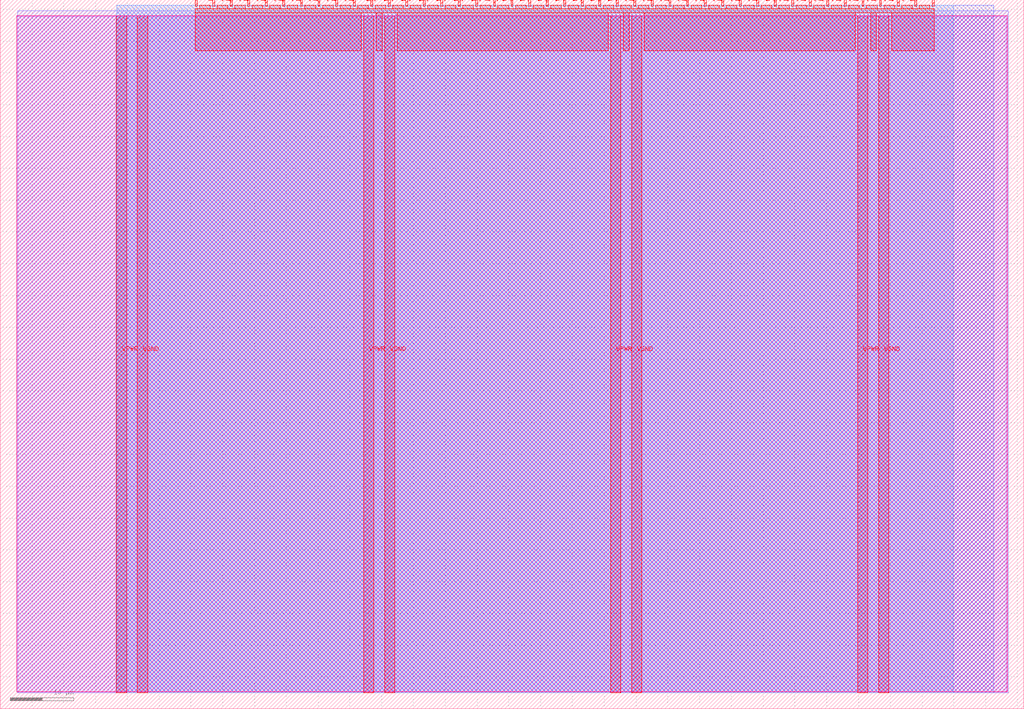
<source format=lef>
VERSION 5.7 ;
  NOWIREEXTENSIONATPIN ON ;
  DIVIDERCHAR "/" ;
  BUSBITCHARS "[]" ;
MACRO tt_um_Mrredstone53_ne555ex
  CLASS BLOCK ;
  FOREIGN tt_um_Mrredstone53_ne555ex ;
  ORIGIN 0.000 0.000 ;
  SIZE 161.000 BY 111.520 ;
  PIN VGND
    DIRECTION INOUT ;
    USE GROUND ;
    PORT
      LAYER met4 ;
        RECT 21.580 2.480 23.180 109.040 ;
    END
    PORT
      LAYER met4 ;
        RECT 60.450 2.480 62.050 109.040 ;
    END
    PORT
      LAYER met4 ;
        RECT 99.320 2.480 100.920 109.040 ;
    END
    PORT
      LAYER met4 ;
        RECT 138.190 2.480 139.790 109.040 ;
    END
  END VGND
  PIN VPWR
    DIRECTION INOUT ;
    USE POWER ;
    PORT
      LAYER met4 ;
        RECT 18.280 2.480 19.880 109.040 ;
    END
    PORT
      LAYER met4 ;
        RECT 57.150 2.480 58.750 109.040 ;
    END
    PORT
      LAYER met4 ;
        RECT 96.020 2.480 97.620 109.040 ;
    END
    PORT
      LAYER met4 ;
        RECT 134.890 2.480 136.490 109.040 ;
    END
  END VPWR
  PIN clk
    DIRECTION INPUT ;
    USE SIGNAL ;
    ANTENNAGATEAREA 0.852000 ;
    PORT
      LAYER met4 ;
        RECT 143.830 110.520 144.130 111.520 ;
    END
  END clk
  PIN ena
    DIRECTION INPUT ;
    USE SIGNAL ;
    ANTENNAGATEAREA 0.196500 ;
    PORT
      LAYER met4 ;
        RECT 146.590 110.520 146.890 111.520 ;
    END
  END ena
  PIN rst_n
    DIRECTION INPUT ;
    USE SIGNAL ;
    ANTENNAGATEAREA 0.196500 ;
    PORT
      LAYER met4 ;
        RECT 141.070 110.520 141.370 111.520 ;
    END
  END rst_n
  PIN ui_in[0]
    DIRECTION INPUT ;
    USE SIGNAL ;
    ANTENNAGATEAREA 0.196500 ;
    PORT
      LAYER met4 ;
        RECT 138.310 110.520 138.610 111.520 ;
    END
  END ui_in[0]
  PIN ui_in[1]
    DIRECTION INPUT ;
    USE SIGNAL ;
    ANTENNAGATEAREA 0.196500 ;
    PORT
      LAYER met4 ;
        RECT 135.550 110.520 135.850 111.520 ;
    END
  END ui_in[1]
  PIN ui_in[2]
    DIRECTION INPUT ;
    USE SIGNAL ;
    ANTENNAGATEAREA 0.126000 ;
    PORT
      LAYER met4 ;
        RECT 132.790 110.520 133.090 111.520 ;
    END
  END ui_in[2]
  PIN ui_in[3]
    DIRECTION INPUT ;
    USE SIGNAL ;
    ANTENNAGATEAREA 0.196500 ;
    PORT
      LAYER met4 ;
        RECT 130.030 110.520 130.330 111.520 ;
    END
  END ui_in[3]
  PIN ui_in[4]
    DIRECTION INPUT ;
    USE SIGNAL ;
    ANTENNAGATEAREA 0.213000 ;
    PORT
      LAYER met4 ;
        RECT 127.270 110.520 127.570 111.520 ;
    END
  END ui_in[4]
  PIN ui_in[5]
    DIRECTION INPUT ;
    USE SIGNAL ;
    ANTENNAGATEAREA 0.196500 ;
    PORT
      LAYER met4 ;
        RECT 124.510 110.520 124.810 111.520 ;
    END
  END ui_in[5]
  PIN ui_in[6]
    DIRECTION INPUT ;
    USE SIGNAL ;
    ANTENNAGATEAREA 0.196500 ;
    PORT
      LAYER met4 ;
        RECT 121.750 110.520 122.050 111.520 ;
    END
  END ui_in[6]
  PIN ui_in[7]
    DIRECTION INPUT ;
    USE SIGNAL ;
    ANTENNAGATEAREA 0.196500 ;
    PORT
      LAYER met4 ;
        RECT 118.990 110.520 119.290 111.520 ;
    END
  END ui_in[7]
  PIN uio_in[0]
    DIRECTION INPUT ;
    USE SIGNAL ;
    ANTENNAGATEAREA 0.196500 ;
    PORT
      LAYER met4 ;
        RECT 116.230 110.520 116.530 111.520 ;
    END
  END uio_in[0]
  PIN uio_in[1]
    DIRECTION INPUT ;
    USE SIGNAL ;
    ANTENNAGATEAREA 0.196500 ;
    PORT
      LAYER met4 ;
        RECT 113.470 110.520 113.770 111.520 ;
    END
  END uio_in[1]
  PIN uio_in[2]
    DIRECTION INPUT ;
    USE SIGNAL ;
    ANTENNAGATEAREA 0.196500 ;
    PORT
      LAYER met4 ;
        RECT 110.710 110.520 111.010 111.520 ;
    END
  END uio_in[2]
  PIN uio_in[3]
    DIRECTION INPUT ;
    USE SIGNAL ;
    ANTENNAGATEAREA 0.196500 ;
    PORT
      LAYER met4 ;
        RECT 107.950 110.520 108.250 111.520 ;
    END
  END uio_in[3]
  PIN uio_in[4]
    DIRECTION INPUT ;
    USE SIGNAL ;
    ANTENNAGATEAREA 0.196500 ;
    PORT
      LAYER met4 ;
        RECT 105.190 110.520 105.490 111.520 ;
    END
  END uio_in[4]
  PIN uio_in[5]
    DIRECTION INPUT ;
    USE SIGNAL ;
    ANTENNAGATEAREA 0.196500 ;
    PORT
      LAYER met4 ;
        RECT 102.430 110.520 102.730 111.520 ;
    END
  END uio_in[5]
  PIN uio_in[6]
    DIRECTION INPUT ;
    USE SIGNAL ;
    ANTENNAGATEAREA 0.196500 ;
    PORT
      LAYER met4 ;
        RECT 99.670 110.520 99.970 111.520 ;
    END
  END uio_in[6]
  PIN uio_in[7]
    DIRECTION INPUT ;
    USE SIGNAL ;
    ANTENNAGATEAREA 0.196500 ;
    PORT
      LAYER met4 ;
        RECT 96.910 110.520 97.210 111.520 ;
    END
  END uio_in[7]
  PIN uio_oe[0]
    DIRECTION OUTPUT ;
    USE SIGNAL ;
    PORT
      LAYER met4 ;
        RECT 49.990 110.520 50.290 111.520 ;
    END
  END uio_oe[0]
  PIN uio_oe[1]
    DIRECTION OUTPUT ;
    USE SIGNAL ;
    PORT
      LAYER met4 ;
        RECT 47.230 110.520 47.530 111.520 ;
    END
  END uio_oe[1]
  PIN uio_oe[2]
    DIRECTION OUTPUT ;
    USE SIGNAL ;
    PORT
      LAYER met4 ;
        RECT 44.470 110.520 44.770 111.520 ;
    END
  END uio_oe[2]
  PIN uio_oe[3]
    DIRECTION OUTPUT ;
    USE SIGNAL ;
    PORT
      LAYER met4 ;
        RECT 41.710 110.520 42.010 111.520 ;
    END
  END uio_oe[3]
  PIN uio_oe[4]
    DIRECTION OUTPUT ;
    USE SIGNAL ;
    PORT
      LAYER met4 ;
        RECT 38.950 110.520 39.250 111.520 ;
    END
  END uio_oe[4]
  PIN uio_oe[5]
    DIRECTION OUTPUT ;
    USE SIGNAL ;
    PORT
      LAYER met4 ;
        RECT 36.190 110.520 36.490 111.520 ;
    END
  END uio_oe[5]
  PIN uio_oe[6]
    DIRECTION OUTPUT ;
    USE SIGNAL ;
    PORT
      LAYER met4 ;
        RECT 33.430 110.520 33.730 111.520 ;
    END
  END uio_oe[6]
  PIN uio_oe[7]
    DIRECTION OUTPUT ;
    USE SIGNAL ;
    PORT
      LAYER met4 ;
        RECT 30.670 110.520 30.970 111.520 ;
    END
  END uio_oe[7]
  PIN uio_out[0]
    DIRECTION OUTPUT ;
    USE SIGNAL ;
    PORT
      LAYER met4 ;
        RECT 72.070 110.520 72.370 111.520 ;
    END
  END uio_out[0]
  PIN uio_out[1]
    DIRECTION OUTPUT ;
    USE SIGNAL ;
    PORT
      LAYER met4 ;
        RECT 69.310 110.520 69.610 111.520 ;
    END
  END uio_out[1]
  PIN uio_out[2]
    DIRECTION OUTPUT ;
    USE SIGNAL ;
    PORT
      LAYER met4 ;
        RECT 66.550 110.520 66.850 111.520 ;
    END
  END uio_out[2]
  PIN uio_out[3]
    DIRECTION OUTPUT ;
    USE SIGNAL ;
    PORT
      LAYER met4 ;
        RECT 63.790 110.520 64.090 111.520 ;
    END
  END uio_out[3]
  PIN uio_out[4]
    DIRECTION OUTPUT ;
    USE SIGNAL ;
    PORT
      LAYER met4 ;
        RECT 61.030 110.520 61.330 111.520 ;
    END
  END uio_out[4]
  PIN uio_out[5]
    DIRECTION OUTPUT ;
    USE SIGNAL ;
    PORT
      LAYER met4 ;
        RECT 58.270 110.520 58.570 111.520 ;
    END
  END uio_out[5]
  PIN uio_out[6]
    DIRECTION OUTPUT ;
    USE SIGNAL ;
    PORT
      LAYER met4 ;
        RECT 55.510 110.520 55.810 111.520 ;
    END
  END uio_out[6]
  PIN uio_out[7]
    DIRECTION OUTPUT ;
    USE SIGNAL ;
    PORT
      LAYER met4 ;
        RECT 52.750 110.520 53.050 111.520 ;
    END
  END uio_out[7]
  PIN uo_out[0]
    DIRECTION OUTPUT ;
    USE SIGNAL ;
    ANTENNADIFFAREA 0.445500 ;
    PORT
      LAYER met4 ;
        RECT 94.150 110.520 94.450 111.520 ;
    END
  END uo_out[0]
  PIN uo_out[1]
    DIRECTION OUTPUT ;
    USE SIGNAL ;
    ANTENNADIFFAREA 0.445500 ;
    PORT
      LAYER met4 ;
        RECT 91.390 110.520 91.690 111.520 ;
    END
  END uo_out[1]
  PIN uo_out[2]
    DIRECTION OUTPUT ;
    USE SIGNAL ;
    ANTENNADIFFAREA 0.795200 ;
    PORT
      LAYER met4 ;
        RECT 88.630 110.520 88.930 111.520 ;
    END
  END uo_out[2]
  PIN uo_out[3]
    DIRECTION OUTPUT ;
    USE SIGNAL ;
    ANTENNAGATEAREA 1.368000 ;
    ANTENNADIFFAREA 0.891000 ;
    PORT
      LAYER met4 ;
        RECT 85.870 110.520 86.170 111.520 ;
    END
  END uo_out[3]
  PIN uo_out[4]
    DIRECTION OUTPUT ;
    USE SIGNAL ;
    ANTENNAGATEAREA 1.867500 ;
    ANTENNADIFFAREA 0.891000 ;
    PORT
      LAYER met4 ;
        RECT 83.110 110.520 83.410 111.520 ;
    END
  END uo_out[4]
  PIN uo_out[5]
    DIRECTION OUTPUT ;
    USE SIGNAL ;
    ANTENNAGATEAREA 2.110500 ;
    ANTENNADIFFAREA 0.891000 ;
    PORT
      LAYER met4 ;
        RECT 80.350 110.520 80.650 111.520 ;
    END
  END uo_out[5]
  PIN uo_out[6]
    DIRECTION OUTPUT ;
    USE SIGNAL ;
    ANTENNADIFFAREA 0.445500 ;
    PORT
      LAYER met4 ;
        RECT 77.590 110.520 77.890 111.520 ;
    END
  END uo_out[6]
  PIN uo_out[7]
    DIRECTION OUTPUT ;
    USE SIGNAL ;
    ANTENNADIFFAREA 0.445500 ;
    PORT
      LAYER met4 ;
        RECT 74.830 110.520 75.130 111.520 ;
    END
  END uo_out[7]
  OBS
      LAYER nwell ;
        RECT 2.570 2.635 158.430 108.990 ;
      LAYER li1 ;
        RECT 2.760 2.635 158.240 108.885 ;
      LAYER met1 ;
        RECT 2.760 2.480 158.540 109.780 ;
      LAYER met2 ;
        RECT 18.310 2.535 156.300 110.685 ;
      LAYER met3 ;
        RECT 18.290 2.555 149.895 110.665 ;
      LAYER met4 ;
        RECT 31.370 110.120 33.030 110.665 ;
        RECT 34.130 110.120 35.790 110.665 ;
        RECT 36.890 110.120 38.550 110.665 ;
        RECT 39.650 110.120 41.310 110.665 ;
        RECT 42.410 110.120 44.070 110.665 ;
        RECT 45.170 110.120 46.830 110.665 ;
        RECT 47.930 110.120 49.590 110.665 ;
        RECT 50.690 110.120 52.350 110.665 ;
        RECT 53.450 110.120 55.110 110.665 ;
        RECT 56.210 110.120 57.870 110.665 ;
        RECT 58.970 110.120 60.630 110.665 ;
        RECT 61.730 110.120 63.390 110.665 ;
        RECT 64.490 110.120 66.150 110.665 ;
        RECT 67.250 110.120 68.910 110.665 ;
        RECT 70.010 110.120 71.670 110.665 ;
        RECT 72.770 110.120 74.430 110.665 ;
        RECT 75.530 110.120 77.190 110.665 ;
        RECT 78.290 110.120 79.950 110.665 ;
        RECT 81.050 110.120 82.710 110.665 ;
        RECT 83.810 110.120 85.470 110.665 ;
        RECT 86.570 110.120 88.230 110.665 ;
        RECT 89.330 110.120 90.990 110.665 ;
        RECT 92.090 110.120 93.750 110.665 ;
        RECT 94.850 110.120 96.510 110.665 ;
        RECT 97.610 110.120 99.270 110.665 ;
        RECT 100.370 110.120 102.030 110.665 ;
        RECT 103.130 110.120 104.790 110.665 ;
        RECT 105.890 110.120 107.550 110.665 ;
        RECT 108.650 110.120 110.310 110.665 ;
        RECT 111.410 110.120 113.070 110.665 ;
        RECT 114.170 110.120 115.830 110.665 ;
        RECT 116.930 110.120 118.590 110.665 ;
        RECT 119.690 110.120 121.350 110.665 ;
        RECT 122.450 110.120 124.110 110.665 ;
        RECT 125.210 110.120 126.870 110.665 ;
        RECT 127.970 110.120 129.630 110.665 ;
        RECT 130.730 110.120 132.390 110.665 ;
        RECT 133.490 110.120 135.150 110.665 ;
        RECT 136.250 110.120 137.910 110.665 ;
        RECT 139.010 110.120 140.670 110.665 ;
        RECT 141.770 110.120 143.430 110.665 ;
        RECT 144.530 110.120 146.190 110.665 ;
        RECT 30.655 109.440 146.905 110.120 ;
        RECT 30.655 103.535 56.750 109.440 ;
        RECT 59.150 103.535 60.050 109.440 ;
        RECT 62.450 103.535 95.620 109.440 ;
        RECT 98.020 103.535 98.920 109.440 ;
        RECT 101.320 103.535 134.490 109.440 ;
        RECT 136.890 103.535 137.790 109.440 ;
        RECT 140.190 103.535 146.905 109.440 ;
  END
END tt_um_Mrredstone53_ne555ex
END LIBRARY


</source>
